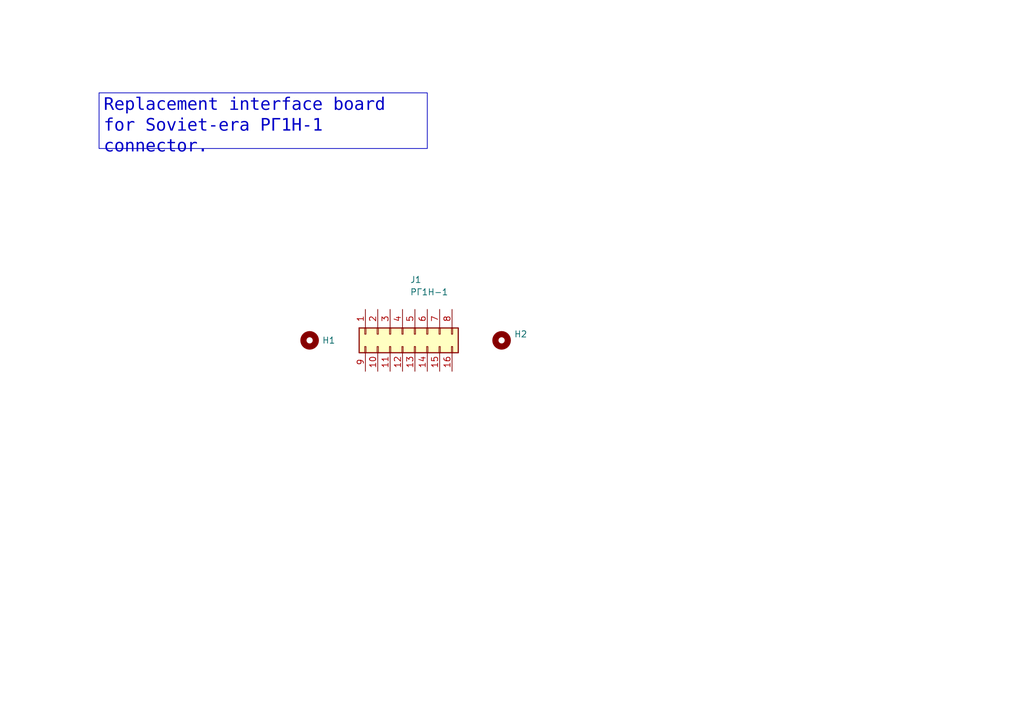
<source format=kicad_sch>
(kicad_sch (version 20250114) (generator "eeschema") (generator_version "9.0")
  (paper "A5")
  (title_block (title "Replacement РГ1Н-1 Connector") (date "29-Apr-2025") (rev "A") (company "Brett Hallen") (comment 1 "www.youtube.com/@Brfff"))
  (lib_symbols
    (symbol "Connector_Generic:Conn_02x08_Top_Bottom" (pin_names (offset 1.016) (hide yes))
      (property "Reference" "J" (at 1.27 10.16 0))
      (property "Value" "Conn_02x08_Top_Bottom" (at 1.27 -12.7 0))
      (symbol "Conn_02x08_Top_Bottom_1_1"
        (rectangle (start -1.27 8.89) (end 3.81 -11.43) (stroke (width 0.254)) (fill (type background)))
        (rectangle (start -1.27 7.747) (end 0 7.493) (stroke (width 0.1524)))
        (rectangle (start -1.27 5.207) (end 0 4.953) (stroke (width 0.1524)))
        (rectangle (start -1.27 2.667) (end 0 2.413) (stroke (width 0.1524)))
        (rectangle (start -1.27 0.127) (end 0 -0.127) (stroke (width 0.1524)))
        (rectangle (start -1.27 -2.413) (end 0 -2.667) (stroke (width 0.1524)))
        (rectangle (start -1.27 -4.953) (end 0 -5.207) (stroke (width 0.1524)))
        (rectangle (start -1.27 -7.493) (end 0 -7.747) (stroke (width 0.1524)))
        (rectangle (start -1.27 -10.033) (end 0 -10.287) (stroke (width 0.1524)))
        (rectangle (start 3.81 7.747) (end 2.54 7.493) (stroke (width 0.1524)))
        (rectangle (start 3.81 5.207) (end 2.54 4.953) (stroke (width 0.1524)))
        (rectangle (start 3.81 2.667) (end 2.54 2.413) (stroke (width 0.1524)))
        (rectangle (start 3.81 0.127) (end 2.54 -0.127) (stroke (width 0.1524)))
        (rectangle (start 3.81 -2.413) (end 2.54 -2.667) (stroke (width 0.1524)))
        (rectangle (start 3.81 -4.953) (end 2.54 -5.207) (stroke (width 0.1524)))
        (rectangle (start 3.81 -7.493) (end 2.54 -7.747) (stroke (width 0.1524)))
        (rectangle (start 3.81 -10.033) (end 2.54 -10.287) (stroke (width 0.1524)))
        (pin passive line (at -5.08 7.62 0) (length 3.81) (name "Pin_1") (number "1"))
        (pin passive line (at -5.08 5.08 0) (length 3.81) (name "Pin_2") (number "2"))
        (pin passive line (at -5.08 2.54 0) (length 3.81) (name "Pin_3") (number "3"))
        (pin passive line (at -5.08 0 0) (length 3.81) (name "Pin_4") (number "4"))
        (pin passive line (at -5.08 -2.54 0) (length 3.81) (name "Pin_5") (number "5"))
        (pin passive line (at -5.08 -5.08 0) (length 3.81) (name "Pin_6") (number "6"))
        (pin passive line (at -5.08 -7.62 0) (length 3.81) (name "Pin_7") (number "7"))
        (pin passive line (at -5.08 -10.16 0) (length 3.81) (name "Pin_8") (number "8"))
        (pin passive line (at 7.62 7.62 180) (length 3.81) (name "Pin_9") (number "9"))
        (pin passive line (at 7.62 5.08 180) (length 3.81) (name "Pin_10") (number "10"))
        (pin passive line (at 7.62 2.54 180) (length 3.81) (name "Pin_11") (number "11"))
        (pin passive line (at 7.62 0 180) (length 3.81) (name "Pin_12") (number "12"))
        (pin passive line (at 7.62 -2.54 180) (length 3.81) (name "Pin_13") (number "13"))
        (pin passive line (at 7.62 -5.08 180) (length 3.81) (name "Pin_14") (number "14"))
        (pin passive line (at 7.62 -7.62 180) (length 3.81) (name "Pin_15") (number "15"))
        (pin passive line (at 7.62 -10.16 180) (length 3.81) (name "Pin_16") (number "16"))
      )
    )
    (symbol "Mechanical:MountingHole" (pin_names (offset 1.016)) (exclude_from_sim yes) (in_bom no)
      (property "Reference" "H" (at 0 5.08 0))
      (property "Value" "MountingHole" (at 0 3.175 0))
      (symbol "MountingHole_0_1"
        (circle (center 0 0) (radius 1.27) (stroke (width 1.27)))
      )
    )
  )
  (text_box "Replacement interface board for Soviet-era РГ1Н-1 connector." (at 20.32 19.05 0) (size 67.31 11.43) (margins 0.9525 0.9525 0.9525 0.9525) (effects (font (size 2.54 2.54)) (justify left top)))
  (symbol (lib_id "Mechanical:MountingHole") (at 63.5 69.85 0) (unit 1) (exclude_from_sim yes) (in_bom no)
    (property "Reference" "H1" (at 66.04 69.8499 0) (effects (justify left)))
    (property "Value" "MountingHole" (effects (hide yes)))
    (property "Footprint" "MountingHole:MountingHole_3.2mm_M3" (effects (hide yes)))
    (property "Description" "Mounting Hole without connection" (effects (hide yes)))
  )
  (symbol (lib_id "Connector_Generic:Conn_02x08_Top_Bottom") (at 82.55 68.58 90) (mirror x) (unit 1)
    (property "Reference" "J1" (at 84.074 57.404 90) (effects (justify right)))
    (property "Value" "РГ1Н-1" (at 84.074 59.944 90) (effects (justify right)))
    (property "Footprint" "Connector_PinHeader_2.54mm:PinHeader_2x08_P2.54mm_Vertical" (effects (hide yes)))
    (property "Description" "Generic connector, double row, 02x08, top/bottom pin numbering scheme (row 1: 1...pins_per_row, row2: pins_per_row+1 ... num_pins), script generated (kicad-library-utils/schlib/autogen/connector/)" (effects (hide yes)))
  )
  (symbol (lib_id "Mechanical:MountingHole") (at 102.87 69.85 0) (unit 1) (exclude_from_sim yes) (in_bom no)
    (property "Reference" "H2" (at 105.41 68.5799 0) (effects (justify left)))
    (property "Value" "MountingHole" (effects (hide yes)))
    (property "Footprint" "MountingHole:MountingHole_3.2mm_M3" (effects (hide yes)))
    (property "Description" "Mounting Hole without connection" (effects (hide yes)))
  )
)
</source>
